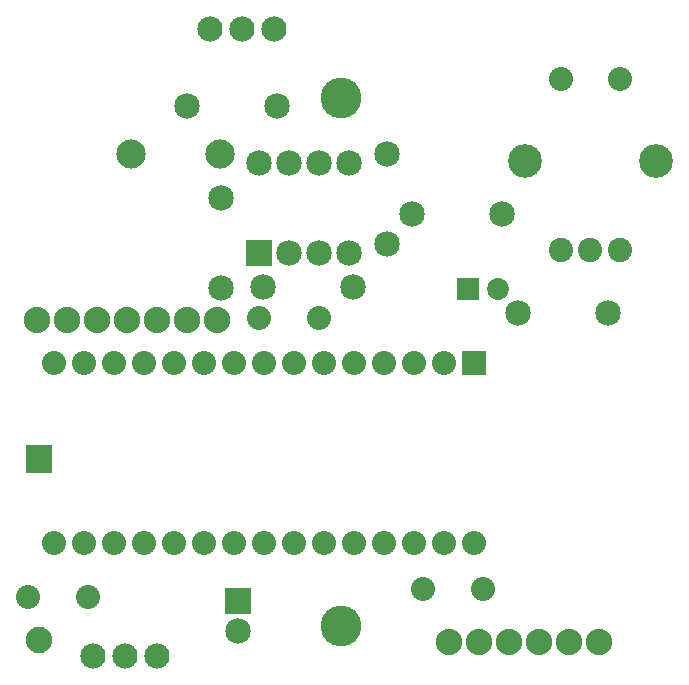
<source format=gbs>
G04 MADE WITH FRITZING*
G04 WWW.FRITZING.ORG*
G04 DOUBLE SIDED*
G04 HOLES PLATED*
G04 CONTOUR ON CENTER OF CONTOUR VECTOR*
%ASAXBY*%
%FSLAX23Y23*%
%MOIN*%
%OFA0B0*%
%SFA1.0B1.0*%
%ADD10C,0.097500*%
%ADD11C,0.088000*%
%ADD12C,0.085000*%
%ADD13C,0.072992*%
%ADD14C,0.080000*%
%ADD15C,0.088477*%
%ADD16C,0.080866*%
%ADD17C,0.112677*%
%ADD18C,0.084000*%
%ADD19C,0.135984*%
%ADD20R,0.085000X0.085000*%
%ADD21R,0.072992X0.072992*%
%ADD22R,0.088478X0.097724*%
%ADD23R,0.080000X0.079972*%
%LNMASK0*%
G90*
G70*
G54D10*
X411Y1880D03*
X706Y1880D03*
G54D11*
X1469Y255D03*
X1569Y255D03*
X1669Y255D03*
X1769Y255D03*
X1869Y255D03*
X1969Y255D03*
X98Y1327D03*
X198Y1327D03*
X298Y1327D03*
X398Y1327D03*
X498Y1327D03*
X598Y1327D03*
X698Y1327D03*
G54D12*
X836Y1549D03*
X836Y1849D03*
X936Y1549D03*
X936Y1849D03*
X1036Y1549D03*
X1036Y1849D03*
X1136Y1549D03*
X1136Y1849D03*
G54D13*
X1534Y1431D03*
X1633Y1431D03*
G54D12*
X897Y2042D03*
X597Y2042D03*
G54D14*
X835Y1334D03*
X1035Y1334D03*
G54D12*
X1645Y1682D03*
X1345Y1682D03*
X1263Y1882D03*
X1263Y1582D03*
X2000Y1352D03*
X1700Y1352D03*
X711Y1434D03*
X711Y1734D03*
X850Y1438D03*
X1150Y1438D03*
G54D15*
X102Y259D03*
X102Y865D03*
X102Y259D03*
X102Y865D03*
G54D16*
X1843Y1561D03*
X1941Y1561D03*
X2039Y1561D03*
G54D14*
X1842Y2132D03*
X2039Y2132D03*
G54D17*
X1723Y1856D03*
X2160Y1856D03*
G54D18*
X886Y2298D03*
X779Y2298D03*
X672Y2298D03*
X282Y207D03*
X389Y207D03*
X496Y207D03*
G54D12*
X766Y389D03*
X766Y289D03*
G54D19*
X1109Y2066D03*
X1109Y308D03*
G54D14*
X1552Y1183D03*
X1452Y1183D03*
X1352Y1183D03*
X1252Y1183D03*
X1152Y1183D03*
X1052Y1183D03*
X952Y1183D03*
X852Y1183D03*
X752Y1183D03*
X652Y1183D03*
X552Y1183D03*
X452Y1183D03*
X352Y1183D03*
X252Y1183D03*
X152Y1183D03*
X1552Y583D03*
X1452Y583D03*
X1352Y583D03*
X1252Y583D03*
X1152Y583D03*
X1052Y583D03*
X952Y583D03*
X852Y583D03*
X752Y583D03*
X652Y583D03*
X552Y583D03*
X452Y583D03*
X352Y583D03*
X252Y583D03*
X152Y583D03*
X1584Y429D03*
X1384Y429D03*
X268Y404D03*
X68Y404D03*
G54D20*
X836Y1549D03*
G54D21*
X1534Y1431D03*
G54D22*
X102Y864D03*
X102Y864D03*
G54D20*
X766Y389D03*
G54D23*
X1552Y1183D03*
G04 End of Mask0*
M02*
</source>
